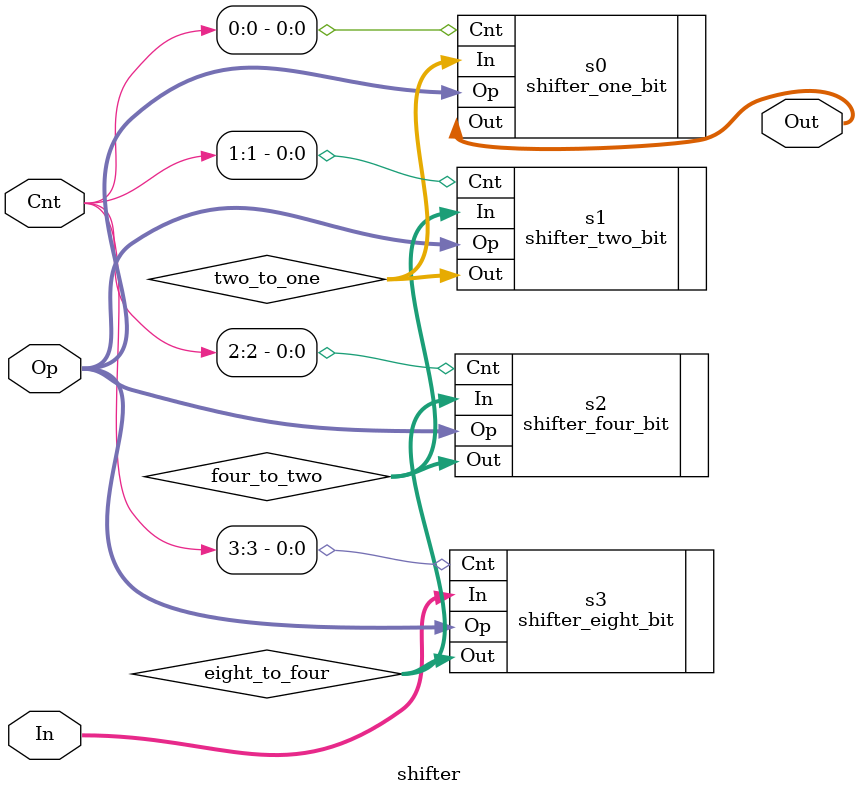
<source format=v>
module shifter(In, Cnt, Op, Out);

   input [15:0] In;
   input [3:0]  Cnt;
   input [1:0]  Op;
   output [15:0] Out;

  wire [15:0] eight_to_four;
  wire [15:0] four_to_two;
  wire [15:0] two_to_one;

  shifter_eight_bit s3(.Out(eight_to_four),.In(In),           .Cnt(Cnt[3]), .Op(Op));
  shifter_four_bit s2 (.Out(four_to_two),  .In(eight_to_four),.Cnt(Cnt[2]), .Op(Op));
  shifter_two_bit s1  (.Out(two_to_one),   .In(four_to_two),  .Cnt(Cnt[1]), .Op(Op));
  shifter_one_bit s0  (.Out(Out),          .In(two_to_one),   .Cnt(Cnt[0]), .Op(Op));
   
endmodule // shifter_hier

</source>
